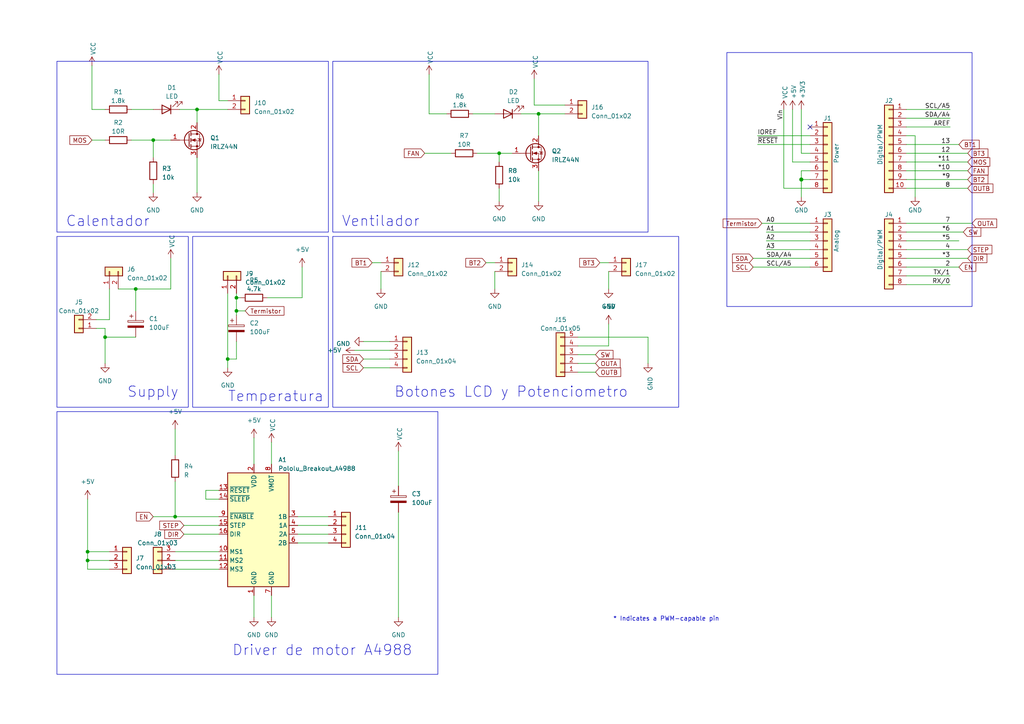
<source format=kicad_sch>
(kicad_sch (version 20230121) (generator eeschema)
  (paper "A4")
  (title_block (date "mar. 31 mars 2015"))
  (lib_symbols
    (symbol "+5V_1" (power) (pin_names (offset 0))
      (property "Value" "+5V_1" (at 0 3.556 0))
      (symbol "+5V_1_0_1"
        (polyline (pts (xy -0.762 1.27) (xy 0 2.54)))
        (polyline (pts (xy 0 0) (xy 0 2.54)))
        (polyline (pts (xy 0 2.54) (xy 0.762 1.27)))
      )
      (symbol "+5V_1_1_1"
        (pin power_in line (at 0 0 90) (length 0) hide (name "+5V") (number "1"))
      )
    )
    (symbol "Connector_Generic:Conn_01x02" (pin_names (offset 1.016) hide)
      (property "Reference" "J" (at 0 2.54 0))
      (property "Value" "Conn_01x02" (at 0 -5.08 0))
      (symbol "Conn_01x02_1_1"
        (rectangle (start -1.27 -2.413) (end 0 -2.667) (stroke (width 0.1524)))
        (rectangle (start -1.27 0.127) (end 0 -0.127) (stroke (width 0.1524)))
        (rectangle (start -1.27 1.27) (end 1.27 -3.81) (stroke (width 0.254)) (fill (type background)))
        (pin passive line (at -5.08 0 0) (length 3.81) (name "Pin_1") (number "1"))
        (pin passive line (at -5.08 -2.54 0) (length 3.81) (name "Pin_2") (number "2"))
      )
    )
    (symbol "Connector_Generic:Conn_01x03" (pin_names (offset 1.016) hide)
      (property "Reference" "J" (at 0 5.08 0))
      (property "Value" "Conn_01x03" (at 0 -5.08 0))
      (symbol "Conn_01x03_1_1"
        (rectangle (start -1.27 -2.413) (end 0 -2.667) (stroke (width 0.1524)))
        (rectangle (start -1.27 0.127) (end 0 -0.127) (stroke (width 0.1524)))
        (rectangle (start -1.27 2.667) (end 0 2.413) (stroke (width 0.1524)))
        (rectangle (start -1.27 3.81) (end 1.27 -3.81) (stroke (width 0.254)) (fill (type background)))
        (pin passive line (at -5.08 2.54 0) (length 3.81) (name "Pin_1") (number "1"))
        (pin passive line (at -5.08 0 0) (length 3.81) (name "Pin_2") (number "2"))
        (pin passive line (at -5.08 -2.54 0) (length 3.81) (name "Pin_3") (number "3"))
      )
    )
    (symbol "Connector_Generic:Conn_01x04" (pin_names (offset 1.016) hide)
      (property "Reference" "J" (at 0 5.08 0))
      (property "Value" "Conn_01x04" (at 0 -7.62 0))
      (symbol "Conn_01x04_1_1"
        (rectangle (start -1.27 -4.953) (end 0 -5.207) (stroke (width 0.1524)))
        (rectangle (start -1.27 -2.413) (end 0 -2.667) (stroke (width 0.1524)))
        (rectangle (start -1.27 0.127) (end 0 -0.127) (stroke (width 0.1524)))
        (rectangle (start -1.27 2.667) (end 0 2.413) (stroke (width 0.1524)))
        (rectangle (start -1.27 3.81) (end 1.27 -6.35) (stroke (width 0.254)) (fill (type background)))
        (pin passive line (at -5.08 2.54 0) (length 3.81) (name "Pin_1") (number "1"))
        (pin passive line (at -5.08 0 0) (length 3.81) (name "Pin_2") (number "2"))
        (pin passive line (at -5.08 -2.54 0) (length 3.81) (name "Pin_3") (number "3"))
        (pin passive line (at -5.08 -5.08 0) (length 3.81) (name "Pin_4") (number "4"))
      )
    )
    (symbol "Connector_Generic:Conn_01x05" (pin_names (offset 1.016) hide)
      (property "Reference" "J" (at 0 7.62 0))
      (property "Value" "Conn_01x05" (at 0 -7.62 0))
      (symbol "Conn_01x05_1_1"
        (rectangle (start -1.27 -4.953) (end 0 -5.207) (stroke (width 0.1524)))
        (rectangle (start -1.27 -2.413) (end 0 -2.667) (stroke (width 0.1524)))
        (rectangle (start -1.27 0.127) (end 0 -0.127) (stroke (width 0.1524)))
        (rectangle (start -1.27 2.667) (end 0 2.413) (stroke (width 0.1524)))
        (rectangle (start -1.27 5.207) (end 0 4.953) (stroke (width 0.1524)))
        (rectangle (start -1.27 6.35) (end 1.27 -6.35) (stroke (width 0.254)) (fill (type background)))
        (pin passive line (at -5.08 5.08 0) (length 3.81) (name "Pin_1") (number "1"))
        (pin passive line (at -5.08 2.54 0) (length 3.81) (name "Pin_2") (number "2"))
        (pin passive line (at -5.08 0 0) (length 3.81) (name "Pin_3") (number "3"))
        (pin passive line (at -5.08 -2.54 0) (length 3.81) (name "Pin_4") (number "4"))
        (pin passive line (at -5.08 -5.08 0) (length 3.81) (name "Pin_5") (number "5"))
      )
    )
    (symbol "Connector_Generic:Conn_01x06" (pin_names (offset 1.016) hide)
      (property "Reference" "J" (at 0 7.62 0))
      (property "Value" "Conn_01x06" (at 0 -10.16 0))
      (symbol "Conn_01x06_1_1"
        (rectangle (start -1.27 -7.493) (end 0 -7.747) (stroke (width 0.1524)))
        (rectangle (start -1.27 -4.953) (end 0 -5.207) (stroke (width 0.1524)))
        (rectangle (start -1.27 -2.413) (end 0 -2.667) (stroke (width 0.1524)))
        (rectangle (start -1.27 0.127) (end 0 -0.127) (stroke (width 0.1524)))
        (rectangle (start -1.27 2.667) (end 0 2.413) (stroke (width 0.1524)))
        (rectangle (start -1.27 5.207) (end 0 4.953) (stroke (width 0.1524)))
        (rectangle (start -1.27 6.35) (end 1.27 -8.89) (stroke (width 0.254)) (fill (type background)))
        (pin passive line (at -5.08 5.08 0) (length 3.81) (name "Pin_1") (number "1"))
        (pin passive line (at -5.08 2.54 0) (length 3.81) (name "Pin_2") (number "2"))
        (pin passive line (at -5.08 0 0) (length 3.81) (name "Pin_3") (number "3"))
        (pin passive line (at -5.08 -2.54 0) (length 3.81) (name "Pin_4") (number "4"))
        (pin passive line (at -5.08 -5.08 0) (length 3.81) (name "Pin_5") (number "5"))
        (pin passive line (at -5.08 -7.62 0) (length 3.81) (name "Pin_6") (number "6"))
      )
    )
    (symbol "Connector_Generic:Conn_01x08" (pin_names (offset 1.016) hide)
      (property "Reference" "J" (at 0 10.16 0))
      (property "Value" "Conn_01x08" (at 0 -12.7 0))
      (symbol "Conn_01x08_1_1"
        (rectangle (start -1.27 -10.033) (end 0 -10.287) (stroke (width 0.1524)))
        (rectangle (start -1.27 -7.493) (end 0 -7.747) (stroke (width 0.1524)))
        (rectangle (start -1.27 -4.953) (end 0 -5.207) (stroke (width 0.1524)))
        (rectangle (start -1.27 -2.413) (end 0 -2.667) (stroke (width 0.1524)))
        (rectangle (start -1.27 0.127) (end 0 -0.127) (stroke (width 0.1524)))
        (rectangle (start -1.27 2.667) (end 0 2.413) (stroke (width 0.1524)))
        (rectangle (start -1.27 5.207) (end 0 4.953) (stroke (width 0.1524)))
        (rectangle (start -1.27 7.747) (end 0 7.493) (stroke (width 0.1524)))
        (rectangle (start -1.27 8.89) (end 1.27 -11.43) (stroke (width 0.254)) (fill (type background)))
        (pin passive line (at -5.08 7.62 0) (length 3.81) (name "Pin_1") (number "1"))
        (pin passive line (at -5.08 5.08 0) (length 3.81) (name "Pin_2") (number "2"))
        (pin passive line (at -5.08 2.54 0) (length 3.81) (name "Pin_3") (number "3"))
        (pin passive line (at -5.08 0 0) (length 3.81) (name "Pin_4") (number "4"))
        (pin passive line (at -5.08 -2.54 0) (length 3.81) (name "Pin_5") (number "5"))
        (pin passive line (at -5.08 -5.08 0) (length 3.81) (name "Pin_6") (number "6"))
        (pin passive line (at -5.08 -7.62 0) (length 3.81) (name "Pin_7") (number "7"))
        (pin passive line (at -5.08 -10.16 0) (length 3.81) (name "Pin_8") (number "8"))
      )
    )
    (symbol "Connector_Generic:Conn_01x10" (pin_names (offset 1.016) hide)
      (property "Reference" "J" (at 0 12.7 0))
      (property "Value" "Conn_01x10" (at 0 -15.24 0))
      (symbol "Conn_01x10_1_1"
        (rectangle (start -1.27 -12.573) (end 0 -12.827) (stroke (width 0.1524)))
        (rectangle (start -1.27 -10.033) (end 0 -10.287) (stroke (width 0.1524)))
        (rectangle (start -1.27 -7.493) (end 0 -7.747) (stroke (width 0.1524)))
        (rectangle (start -1.27 -4.953) (end 0 -5.207) (stroke (width 0.1524)))
        (rectangle (start -1.27 -2.413) (end 0 -2.667) (stroke (width 0.1524)))
        (rectangle (start -1.27 0.127) (end 0 -0.127) (stroke (width 0.1524)))
        (rectangle (start -1.27 2.667) (end 0 2.413) (stroke (width 0.1524)))
        (rectangle (start -1.27 5.207) (end 0 4.953) (stroke (width 0.1524)))
        (rectangle (start -1.27 7.747) (end 0 7.493) (stroke (width 0.1524)))
        (rectangle (start -1.27 10.287) (end 0 10.033) (stroke (width 0.1524)))
        (rectangle (start -1.27 11.43) (end 1.27 -13.97) (stroke (width 0.254)) (fill (type background)))
        (pin passive line (at -5.08 10.16 0) (length 3.81) (name "Pin_1") (number "1"))
        (pin passive line (at -5.08 -12.7 0) (length 3.81) (name "Pin_10") (number "10"))
        (pin passive line (at -5.08 7.62 0) (length 3.81) (name "Pin_2") (number "2"))
        (pin passive line (at -5.08 5.08 0) (length 3.81) (name "Pin_3") (number "3"))
        (pin passive line (at -5.08 2.54 0) (length 3.81) (name "Pin_4") (number "4"))
        (pin passive line (at -5.08 0 0) (length 3.81) (name "Pin_5") (number "5"))
        (pin passive line (at -5.08 -2.54 0) (length 3.81) (name "Pin_6") (number "6"))
        (pin passive line (at -5.08 -5.08 0) (length 3.81) (name "Pin_7") (number "7"))
        (pin passive line (at -5.08 -7.62 0) (length 3.81) (name "Pin_8") (number "8"))
        (pin passive line (at -5.08 -10.16 0) (length 3.81) (name "Pin_9") (number "9"))
      )
    )
    (symbol "Device:C_Polarized" (pin_numbers hide) (pin_names (offset 0.254))
      (property "Reference" "C" (at 0.635 2.54 0))
      (property "Value" "C_Polarized" (at 0.635 -2.54 0))
      (symbol "C_Polarized_0_1"
        (rectangle (start -2.286 0.508) (end 2.286 1.016))
        (polyline (pts (xy -1.778 2.286) (xy -0.762 2.286)))
        (polyline (pts (xy -1.27 2.794) (xy -1.27 1.778)))
        (rectangle (start 2.286 -0.508) (end -2.286 -1.016) (fill (type outline)))
      )
      (symbol "C_Polarized_1_1"
        (pin passive line (at 0 3.81 270) (length 2.794) (name "~") (number "1"))
        (pin passive line (at 0 -3.81 90) (length 2.794) (name "~") (number "2"))
      )
    )
    (symbol "Device:LED" (pin_numbers hide) (pin_names (offset 1.016) hide)
      (property "Reference" "D" (at 0 2.54 0))
      (property "Value" "LED" (at 0 -2.54 0))
      (symbol "LED_0_1"
        (polyline (pts (xy -1.27 -1.27) (xy -1.27 1.27)) (stroke (width 0.254)))
        (polyline (pts (xy -1.27 0) (xy 1.27 0)))
        (polyline (pts (xy 1.27 -1.27) (xy 1.27 1.27) (xy -1.27 0) (xy 1.27 -1.27)) (stroke (width 0.254)))
        (polyline (pts (xy -3.048 -0.762) (xy -4.572 -2.286) (xy -3.81 -2.286) (xy -4.572 -2.286) (xy -4.572 -1.524)))
        (polyline (pts (xy -1.778 -0.762) (xy -3.302 -2.286) (xy -2.54 -2.286) (xy -3.302 -2.286) (xy -3.302 -1.524)))
      )
      (symbol "LED_1_1"
        (pin passive line (at -3.81 0 0) (length 2.54) (name "K") (number "1"))
        (pin passive line (at 3.81 0 180) (length 2.54) (name "A") (number "2"))
      )
    )
    (symbol "Device:R" (pin_numbers hide) (pin_names (offset 0))
      (property "Reference" "R" (at 2.032 0 90))
      (property "Value" "R" (at 0 0 90))
      (symbol "R_0_1"
        (rectangle (start -1.016 -2.54) (end 1.016 2.54) (stroke (width 0.254)))
      )
      (symbol "R_1_1"
        (pin passive line (at 0 3.81 270) (length 1.27) (name "~") (number "1"))
        (pin passive line (at 0 -3.81 90) (length 1.27) (name "~") (number "2"))
      )
    )
    (symbol "Driver_Motor:Pololu_Breakout_A4988"
      (property "Reference" "A" (at -2.54 19.05 0))
      (property "Value" "Pololu_Breakout_A4988" (at -2.54 16.51 0))
      (symbol "Pololu_Breakout_A4988_0_1"
        (rectangle (start 10.16 -17.78) (end -7.62 15.24) (stroke (width 0.254)) (fill (type background)))
      )
      (symbol "Pololu_Breakout_A4988_1_1"
        (pin power_in line (at 0 -20.32 90) (length 2.54) (name "GND") (number "1"))
        (pin input line (at -10.16 -7.62 0) (length 2.54) (name "MS1") (number "10"))
        (pin input line (at -10.16 -10.16 0) (length 2.54) (name "MS2") (number "11"))
        (pin input line (at -10.16 -12.7 0) (length 2.54) (name "MS3") (number "12"))
        (pin input line (at -10.16 10.16 0) (length 2.54) (name "~{RESET}") (number "13"))
        (pin input line (at -10.16 7.62 0) (length 2.54) (name "~{SLEEP}") (number "14"))
        (pin input line (at -10.16 0 0) (length 2.54) (name "STEP") (number "15"))
        (pin input line (at -10.16 -2.54 0) (length 2.54) (name "DIR") (number "16"))
        (pin power_in line (at 0 17.78 270) (length 2.54) (name "VDD") (number "2"))
        (pin output line (at 12.7 2.54 180) (length 2.54) (name "1B") (number "3"))
        (pin output line (at 12.7 0 180) (length 2.54) (name "1A") (number "4"))
        (pin output line (at 12.7 -2.54 180) (length 2.54) (name "2A") (number "5"))
        (pin output line (at 12.7 -5.08 180) (length 2.54) (name "2B") (number "6"))
        (pin power_in line (at 5.08 -20.32 90) (length 2.54) (name "GND") (number "7"))
        (pin power_in line (at 5.08 17.78 270) (length 2.54) (name "VMOT") (number "8"))
        (pin input line (at -10.16 2.54 0) (length 2.54) (name "~{ENABLE}") (number "9"))
      )
    )
    (symbol "Transistor_FET:IRLZ44N" (pin_names hide)
      (property "Reference" "Q" (at 6.35 1.905 0))
      (property "Value" "IRLZ44N" (at 6.35 0 0))
      (symbol "IRLZ44N_0_1"
        (polyline (pts (xy 0.254 0) (xy -2.54 0)))
        (polyline (pts (xy 0.254 1.905) (xy 0.254 -1.905)) (stroke (width 0.254)))
        (polyline (pts (xy 0.762 -1.27) (xy 0.762 -2.286)) (stroke (width 0.254)))
        (polyline (pts (xy 0.762 0.508) (xy 0.762 -0.508)) (stroke (width 0.254)))
        (polyline (pts (xy 0.762 2.286) (xy 0.762 1.27)) (stroke (width 0.254)))
        (polyline (pts (xy 2.54 2.54) (xy 2.54 1.778)))
        (polyline (pts (xy 2.54 -2.54) (xy 2.54 0) (xy 0.762 0)))
        (polyline (pts (xy 0.762 -1.778) (xy 3.302 -1.778) (xy 3.302 1.778) (xy 0.762 1.778)))
        (polyline (pts (xy 1.016 0) (xy 2.032 0.381) (xy 2.032 -0.381) (xy 1.016 0)) (fill (type outline)))
        (polyline (pts (xy 2.794 0.508) (xy 2.921 0.381) (xy 3.683 0.381) (xy 3.81 0.254)))
        (polyline (pts (xy 3.302 0.381) (xy 2.921 -0.254) (xy 3.683 -0.254) (xy 3.302 0.381)))
        (circle (center 1.651 0) (radius 2.794) (stroke (width 0.254)))
        (circle (center 2.54 -1.778) (radius 0.254) (fill (type outline)))
        (circle (center 2.54 1.778) (radius 0.254) (fill (type outline)))
      )
      (symbol "IRLZ44N_1_1"
        (pin input line (at -5.08 0 0) (length 2.54) (name "G") (number "1"))
        (pin passive line (at 2.54 5.08 270) (length 2.54) (name "D") (number "2"))
        (pin passive line (at 2.54 -5.08 90) (length 2.54) (name "S") (number "3"))
      )
    )
    (symbol "power:+3V3" (power) (pin_names (offset 0))
      (property "Value" "+3V3" (at 0 3.556 0))
      (symbol "+3V3_0_1"
        (polyline (pts (xy -0.762 1.27) (xy 0 2.54)))
        (polyline (pts (xy 0 0) (xy 0 2.54)))
        (polyline (pts (xy 0 2.54) (xy 0.762 1.27)))
      )
      (symbol "+3V3_1_1"
        (pin power_in line (at 0 0 90) (length 0) hide (name "+3V3") (number "1"))
      )
    )
    (symbol "power:+5V" (power) (pin_names (offset 0))
      (property "Value" "+5V" (at 0 3.556 0))
      (symbol "+5V_0_1"
        (polyline (pts (xy -0.762 1.27) (xy 0 2.54)))
        (polyline (pts (xy 0 0) (xy 0 2.54)))
        (polyline (pts (xy 0 2.54) (xy 0.762 1.27)))
      )
      (symbol "+5V_1_1"
        (pin power_in line (at 0 0 90) (length 0) hide (name "+5V") (number "1"))
      )
    )
    (symbol "power:GND" (power) (pin_names (offset 0))
      (property "Value" "GND" (at 0 -3.81 0))
      (symbol "GND_0_1"
        (polyline (pts (xy 0 0) (xy 0 -1.27) (xy 1.27 -1.27) (xy 0 -2.54) (xy -1.27 -1.27) (xy 0 -1.27)))
      )
      (symbol "GND_1_1"
        (pin power_in line (at 0 0 270) (length 0) hide (name "GND") (number "1"))
      )
    )
    (symbol "power:VCC" (power) (pin_names (offset 0))
      (property "Value" "VCC" (at 0 3.81 0))
      (symbol "VCC_0_1"
        (polyline (pts (xy -0.762 1.27) (xy 0 2.54)))
        (polyline (pts (xy 0 0) (xy 0 2.54)))
        (polyline (pts (xy 0 2.54) (xy 0.762 1.27)))
      )
      (symbol "VCC_1_1"
        (pin power_in line (at 0 0 90) (length 0) hide (name "VCC") (number "1"))
      )
    )
  )
  (junction (at 66.04 104.14))
  (junction (at 57.15 31.75))
  (junction (at 44.45 40.64))
  (junction (at 39.37 83.82))
  (junction (at 232.41 52.07) (diameter 1.016))
  (junction (at 25.4 160.02))
  (junction (at 30.48 97.79))
  (junction (at 68.58 86.36))
  (junction (at 156.21 33.02))
  (junction (at 144.78 44.45))
  (junction (at 68.58 90.17))
  (junction (at 50.8 149.86))
  (junction (at 25.4 162.56))
  (no_connect (at 234.95 36.83))
  (wire (pts (xy 262.89 82.55) (xy 275.59 82.55)))
  (wire (pts (xy 68.58 85.09) (xy 68.58 86.36)))
  (wire (pts (xy 30.48 95.25) (xy 30.48 97.79)))
  (wire (pts (xy 31.75 165.1) (xy 25.4 165.1)))
  (wire (pts (xy 105.41 104.14) (xy 113.03 104.14)))
  (wire (pts (xy 50.8 139.7) (xy 50.8 149.86)))
  (wire (pts (xy 57.15 35.56) (xy 57.15 31.75)))
  (wire (pts (xy 144.78 54.61) (xy 144.78 58.42)))
  (wire (pts (xy 262.89 49.53) (xy 280.67 49.53)))
  (wire (pts (xy 154.94 22.86) (xy 154.94 30.48)))
  (wire (pts (xy 167.64 102.87) (xy 172.72 102.87)))
  (wire (pts (xy 107.95 76.2) (xy 110.49 76.2)))
  (wire (pts (xy 262.89 31.75) (xy 275.59 31.75)))
  (wire (pts (xy 86.36 149.86) (xy 95.25 149.86)))
  (wire (pts (xy 50.8 124.46) (xy 50.8 132.08)))
  (wire (pts (xy 59.69 144.78) (xy 63.5 144.78)))
  (wire (pts (xy 38.1 40.64) (xy 44.45 40.64)))
  (wire (pts (xy 59.69 142.24) (xy 59.69 144.78)))
  (wire (pts (xy 78.74 128.27) (xy 78.74 134.62)))
  (wire (pts (xy 110.49 78.74) (xy 110.49 83.82)))
  (wire (pts (xy 232.41 49.53) (xy 232.41 52.07)))
  (wire (pts (xy 173.99 76.2) (xy 176.53 76.2)))
  (wire (pts (xy 262.89 67.31) (xy 279.4 67.31)))
  (wire (pts (xy 218.44 77.47) (xy 234.95 77.47)))
  (wire (pts (xy 50.8 149.86) (xy 63.5 149.86)))
  (wire (pts (xy 39.37 83.82) (xy 39.37 90.17)))
  (wire (pts (xy 73.66 172.72) (xy 73.66 179.07)))
  (wire (pts (xy 86.36 157.48) (xy 95.25 157.48)))
  (wire (pts (xy 34.29 83.82) (xy 39.37 83.82)))
  (wire (pts (xy 102.87 101.6) (xy 113.03 101.6)))
  (wire (pts (xy 232.41 52.07) (xy 232.41 57.15)))
  (wire (pts (xy 87.63 77.47) (xy 87.63 86.36)))
  (wire (pts (xy 68.58 90.17) (xy 71.12 90.17)))
  (wire (pts (xy 167.64 107.95) (xy 172.72 107.95)))
  (wire (pts (xy 232.41 44.45) (xy 234.95 44.45)))
  (wire (pts (xy 44.45 149.86) (xy 50.8 149.86)))
  (wire (pts (xy 229.87 46.99) (xy 234.95 46.99)))
  (wire (pts (xy 68.58 86.36) (xy 68.58 90.17)))
  (wire (pts (xy 229.87 31.75) (xy 229.87 46.99)))
  (wire (pts (xy 163.83 30.48) (xy 154.94 30.48)))
  (wire (pts (xy 66.04 85.09) (xy 66.04 104.14)))
  (wire (pts (xy 137.16 33.02) (xy 143.51 33.02)))
  (wire (pts (xy 57.15 31.75) (xy 52.07 31.75)))
  (wire (pts (xy 115.57 130.81) (xy 115.57 140.97)))
  (wire (pts (xy 262.89 41.91) (xy 278.13 41.91)))
  (wire (pts (xy 262.89 44.45) (xy 280.67 44.45)))
  (wire (pts (xy 232.41 31.75) (xy 232.41 44.45)))
  (wire (pts (xy 68.58 86.36) (xy 69.85 86.36)))
  (wire (pts (xy 68.58 104.14) (xy 68.58 99.06)))
  (wire (pts (xy 105.41 106.68) (xy 113.03 106.68)))
  (wire (pts (xy 187.96 97.79) (xy 167.64 97.79)))
  (wire (pts (xy 143.51 78.74) (xy 143.51 83.82)))
  (wire (pts (xy 53.34 154.94) (xy 63.5 154.94)))
  (wire (pts (xy 25.4 162.56) (xy 31.75 162.56)))
  (wire (pts (xy 86.36 152.4) (xy 95.25 152.4)))
  (wire (pts (xy 115.57 148.59) (xy 115.57 179.07)))
  (wire (pts (xy 73.66 127) (xy 73.66 134.62)))
  (wire (pts (xy 105.41 99.06) (xy 113.03 99.06)))
  (wire (pts (xy 25.4 144.78) (xy 25.4 160.02)))
  (wire (pts (xy 187.96 105.41) (xy 187.96 97.79)))
  (wire (pts (xy 262.89 52.07) (xy 280.67 52.07)))
  (wire (pts (xy 262.89 72.39) (xy 280.67 72.39)))
  (wire (pts (xy 57.15 31.75) (xy 66.04 31.75)))
  (wire (pts (xy 30.48 97.79) (xy 39.37 97.79)))
  (wire (pts (xy 219.71 39.37) (xy 234.95 39.37)))
  (wire (pts (xy 151.13 33.02) (xy 156.21 33.02)))
  (wire (pts (xy 38.1 31.75) (xy 44.45 31.75)))
  (wire (pts (xy 144.78 44.45) (xy 148.59 44.45)))
  (wire (pts (xy 265.43 39.37) (xy 265.43 57.15)))
  (wire (pts (xy 86.36 154.94) (xy 95.25 154.94)))
  (wire (pts (xy 50.8 165.1) (xy 63.5 165.1)))
  (wire (pts (xy 30.48 31.75) (xy 26.67 31.75)))
  (wire (pts (xy 31.75 92.71) (xy 31.75 83.82)))
  (wire (pts (xy 124.46 21.59) (xy 124.46 33.02)))
  (wire (pts (xy 262.89 36.83) (xy 275.59 36.83)))
  (wire (pts (xy 144.78 44.45) (xy 144.78 46.99)))
  (wire (pts (xy 27.94 92.71) (xy 31.75 92.71)))
  (wire (pts (xy 176.53 93.98) (xy 176.53 100.33)))
  (wire (pts (xy 234.95 69.85) (xy 222.25 69.85)))
  (wire (pts (xy 219.71 41.91) (xy 234.95 41.91)))
  (wire (pts (xy 44.45 40.64) (xy 44.45 45.72)))
  (wire (pts (xy 138.43 44.45) (xy 144.78 44.45)))
  (wire (pts (xy 234.95 52.07) (xy 232.41 52.07)))
  (wire (pts (xy 176.53 100.33) (xy 167.64 100.33)))
  (wire (pts (xy 156.21 33.02) (xy 156.21 39.37)))
  (wire (pts (xy 50.8 162.56) (xy 63.5 162.56)))
  (wire (pts (xy 30.48 97.79) (xy 30.48 105.41)))
  (wire (pts (xy 262.89 77.47) (xy 278.13 77.47)))
  (wire (pts (xy 234.95 54.61) (xy 227.33 54.61)))
  (wire (pts (xy 27.94 95.25) (xy 30.48 95.25)))
  (wire (pts (xy 167.64 105.41) (xy 172.72 105.41)))
  (wire (pts (xy 222.25 67.31) (xy 234.95 67.31)))
  (wire (pts (xy 49.53 74.93) (xy 49.53 83.82)))
  (wire (pts (xy 220.98 64.77) (xy 234.95 64.77)))
  (wire (pts (xy 63.5 21.59) (xy 63.5 29.21)))
  (wire (pts (xy 26.67 19.05) (xy 26.67 31.75)))
  (wire (pts (xy 66.04 104.14) (xy 66.04 106.68)))
  (wire (pts (xy 44.45 53.34) (xy 44.45 55.88)))
  (wire (pts (xy 262.89 39.37) (xy 265.43 39.37)))
  (wire (pts (xy 129.54 33.02) (xy 124.46 33.02)))
  (wire (pts (xy 234.95 49.53) (xy 232.41 49.53)))
  (wire (pts (xy 156.21 33.02) (xy 163.83 33.02)))
  (wire (pts (xy 262.89 46.99) (xy 280.67 46.99)))
  (wire (pts (xy 262.89 64.77) (xy 281.94 64.77)))
  (wire (pts (xy 26.67 40.64) (xy 30.48 40.64)))
  (wire (pts (xy 78.74 172.72) (xy 78.74 179.07)))
  (wire (pts (xy 31.75 160.02) (xy 25.4 160.02)))
  (wire (pts (xy 156.21 49.53) (xy 156.21 58.42)))
  (wire (pts (xy 63.5 142.24) (xy 59.69 142.24)))
  (wire (pts (xy 222.25 72.39) (xy 234.95 72.39)))
  (wire (pts (xy 262.89 69.85) (xy 278.13 69.85)))
  (wire (pts (xy 57.15 45.72) (xy 57.15 55.88)))
  (wire (pts (xy 44.45 40.64) (xy 49.53 40.64)))
  (wire (pts (xy 39.37 83.82) (xy 49.53 83.82)))
  (wire (pts (xy 66.04 29.21) (xy 63.5 29.21)))
  (wire (pts (xy 140.97 76.2) (xy 143.51 76.2)))
  (wire (pts (xy 262.89 54.61) (xy 280.67 54.61)))
  (wire (pts (xy 176.53 78.74) (xy 176.53 83.82)))
  (wire (pts (xy 262.89 34.29) (xy 275.59 34.29)))
  (wire (pts (xy 53.34 152.4) (xy 63.5 152.4)))
  (wire (pts (xy 68.58 90.17) (xy 68.58 91.44)))
  (wire (pts (xy 262.89 74.93) (xy 280.67 74.93)))
  (wire (pts (xy 123.19 44.45) (xy 130.81 44.45)))
  (wire (pts (xy 25.4 162.56) (xy 25.4 160.02)))
  (wire (pts (xy 50.8 160.02) (xy 63.5 160.02)))
  (wire (pts (xy 262.89 80.01) (xy 275.59 80.01)))
  (wire (pts (xy 227.33 54.61) (xy 227.33 31.75)))
  (wire (pts (xy 25.4 165.1) (xy 25.4 162.56)))
  (wire (pts (xy 218.44 74.93) (xy 234.95 74.93)))
  (wire (pts (xy 77.47 86.36) (xy 87.63 86.36)))
  (wire (pts (xy 66.04 104.14) (xy 68.58 104.14)))
  (rectangle (start 16.51 68.58) (end 54.61 118.11))
  (rectangle (start 16.51 17.78) (end 95.25 67.31))
  (rectangle (start 96.52 68.58) (end 196.85 118.11))
  (rectangle (start 55.88 68.58) (end 95.25 118.11))
  (rectangle (start 16.51 119.38) (end 127 195.58))
  (rectangle (start 210.82 15.24) (end 281.94 88.9))
  (rectangle (start 96.52 17.78) (end 187.96 67.31))
  (text "Botones LCD y Potenciometro\n" (at 114.3 115.57 0) (effects (font (size 3 3)) (justify left bottom)))
  (text "Supply" (at 36.83 115.57 0) (effects (font (size 3 3)) (justify left bottom)))
  (text "Ventilador" (at 99.06 66.04 0) (effects (font (size 3 3)) (justify left bottom)))
  (text "Driver de motor A4988" (at 67.31 190.5 0) (effects (font (size 3 3)) (justify left bottom)))
  (text "Temperatura" (at 66.04 116.84 0) (effects (font (size 3 3)) (justify left bottom)))
  (text "* Indicates a PWM-capable pin" (at 177.8 180.34 0) (effects (font (size 1.27 1.27)) (justify left bottom)))
  (text "Calentador" (at 19.05 66.04 0) (effects (font (size 3 3)) (justify left bottom)))
  (label "RX{slash}0" (at 275.59 82.55 180))
  (label "A2" (at 222.25 69.85 0))
  (label "4" (at 275.59 72.39 180))
  (label "2" (at 275.59 77.47 180))
  (label "A3" (at 222.25 72.39 0))
  (label "13" (at 275.59 41.91 180))
  (label "12" (at 275.59 44.45 180))
  (label "~{RESET}" (at 219.71 41.91 0))
  (label "*10" (at 275.59 49.53 180))
  (label "7" (at 275.59 64.77 180))
  (label "SDA{slash}A4" (at 275.59 34.29 180))
  (label "8" (at 275.59 54.61 180))
  (label "*11" (at 275.59 46.99 180))
  (label "*3" (at 275.59 74.93 180))
  (label "A1" (at 222.25 67.31 0))
  (label "TX{slash}1" (at 275.59 80.01 180))
  (label "A0" (at 222.25 64.77 0))
  (label "AREF" (at 275.59 36.83 180))
  (label "Vin" (at 227.33 31.75 270))
  (label "*6" (at 275.59 67.31 180))
  (label "SCL{slash}A5" (at 275.59 31.75 180))
  (label "*9" (at 275.59 52.07 180))
  (label "*5" (at 275.59 69.85 180))
  (label "IOREF" (at 219.71 39.37 0))
  (label "SDA{slash}A4" (at 222.25 74.93 0))
  (label "SCL{slash}A5" (at 222.25 77.47 0))
  (global_label "DIR" (shape input) (at 53.34 154.94 180) (property "Intersheetrefs" "${INTERSHEET_REFS}" (effects hide)))
  (global_label "STEP" (shape input) (at 280.67 72.39 0) (property "Intersheetrefs" "${INTERSHEET_REFS}" (effects hide)))
  (global_label "SCL" (shape input) (at 218.44 77.47 180) (property "Intersheetrefs" "${INTERSHEET_REFS}" (effects hide)))
  (global_label "OUTA" (shape input) (at 281.94 64.77 0) (property "Intersheetrefs" "${INTERSHEET_REFS}" (effects hide)))
  (global_label "OUTA" (shape input) (at 172.72 105.41 0) (property "Intersheetrefs" "${INTERSHEET_REFS}" (effects hide)))
  (global_label "EN" (shape input) (at 44.45 149.86 180) (property "Intersheetrefs" "${INTERSHEET_REFS}" (effects hide)))
  (global_label "STEP" (shape input) (at 53.34 152.4 180) (property "Intersheetrefs" "${INTERSHEET_REFS}" (effects hide)))
  (global_label "SW" (shape input) (at 172.72 102.87 0) (property "Intersheetrefs" "${INTERSHEET_REFS}" (effects hide)))
  (global_label "MOS" (shape input) (at 26.67 40.64 180) (property "Intersheetrefs" "${INTERSHEET_REFS}" (effects hide)))
  (global_label "OUTB" (shape input) (at 172.72 107.95 0) (property "Intersheetrefs" "${INTERSHEET_REFS}" (effects hide)))
  (global_label "FAN" (shape input) (at 280.67 49.53 0) (property "Intersheetrefs" "${INTERSHEET_REFS}" (effects hide)))
  (global_label "BT2" (shape input) (at 140.97 76.2 180) (property "Intersheetrefs" "${INTERSHEET_REFS}" (effects hide)))
  (global_label "OUTB" (shape input) (at 280.67 54.61 0) (property "Intersheetrefs" "${INTERSHEET_REFS}" (effects hide)))
  (global_label "BT2" (shape input) (at 280.67 52.07 0) (property "Intersheetrefs" "${INTERSHEET_REFS}" (effects hide)))
  (global_label "FAN" (shape input) (at 123.19 44.45 180) (property "Intersheetrefs" "${INTERSHEET_REFS}" (effects hide)))
  (global_label "MOS" (shape input) (at 280.67 46.99 0) (property "Intersheetrefs" "${INTERSHEET_REFS}" (effects hide)))
  (global_label "BT3" (shape input) (at 173.99 76.2 180) (property "Intersheetrefs" "${INTERSHEET_REFS}" (effects hide)))
  (global_label "SDA" (shape input) (at 218.44 74.93 180) (property "Intersheetrefs" "${INTERSHEET_REFS}" (effects hide)))
  (global_label "DIR" (shape input) (at 280.67 74.93 0) (property "Intersheetrefs" "${INTERSHEET_REFS}" (effects hide)))
  (global_label "BT1" (shape input) (at 278.13 41.91 0) (property "Intersheetrefs" "${INTERSHEET_REFS}" (effects hide)))
  (global_label "BT1" (shape input) (at 107.95 76.2 180) (property "Intersheetrefs" "${INTERSHEET_REFS}" (effects hide)))
  (global_label "Termistor" (shape input) (at 220.98 64.77 180) (property "Intersheetrefs" "${INTERSHEET_REFS}" (effects hide)))
  (global_label "Termistor" (shape input) (at 71.12 90.17 0) (property "Intersheetrefs" "${INTERSHEET_REFS}" (effects hide)))
  (global_label "SCL" (shape input) (at 105.41 106.68 180) (property "Intersheetrefs" "${INTERSHEET_REFS}" (effects hide)))
  (global_label "SW" (shape input) (at 279.4 67.31 0) (property "Intersheetrefs" "${INTERSHEET_REFS}" (effects hide)))
  (global_label "EN" (shape input) (at 278.13 77.47 0) (property "Intersheetrefs" "${INTERSHEET_REFS}" (effects hide)))
  (global_label "SDA" (shape input) (at 105.41 104.14 180) (property "Intersheetrefs" "${INTERSHEET_REFS}" (effects hide)))
  (global_label "BT3" (shape input) (at 280.67 44.45 0) (property "Intersheetrefs" "${INTERSHEET_REFS}" (effects hide)))
  (symbol (lib_id "Connector_Generic:Conn_01x08") (at 240.03 44.45 0) (unit 1)
    (property "Reference" "J1" (at 240.03 34.29 0))
    (property "Value" "Power" (at 242.57 44.45 90))
    (property "Footprint" "Connector_PinSocket_2.54mm:PinSocket_1x08_P2.54mm_Vertical" (effects hide))
  )
  (symbol (lib_id "power:+3V3") (at 232.41 31.75 0) (unit 1)
    (property "Reference" "#PWR03" (effects hide))
    (property "Value" "+3.3V" (at 232.791 28.702 90) (effects (justify left)))
  )
  (symbol (lib_id "power:+5V") (at 229.87 31.75 0) (unit 1)
    (property "Reference" "#PWR02" (effects hide))
    (property "Value" "+5V" (at 230.2256 28.702 90) (effects (justify left)))
  )
  (symbol (lib_id "power:GND") (at 232.41 57.15 0) (unit 1)
    (property "Reference" "#PWR04" (effects hide))
    (property "Value" "GND" (at 232.41 60.96 0))
  )
  (symbol (lib_id "Connector_Generic:Conn_01x10") (at 257.81 41.91 0) (mirror y) (unit 1)
    (property "Reference" "J2" (at 257.81 29.21 0))
    (property "Value" "Digital/PWM" (at 255.27 41.91 90))
    (property "Footprint" "Connector_PinSocket_2.54mm:PinSocket_1x10_P2.54mm_Vertical" (effects hide))
  )
  (symbol (lib_id "power:GND") (at 265.43 57.15 0) (unit 1)
    (property "Reference" "#PWR05" (effects hide))
    (property "Value" "GND" (at 265.43 60.96 0))
  )
  (symbol (lib_id "Connector_Generic:Conn_01x06") (at 240.03 69.85 0) (unit 1)
    (property "Reference" "J3" (at 240.03 62.23 0))
    (property "Value" "Analog" (at 242.57 69.85 90))
    (property "Footprint" "Connector_PinSocket_2.54mm:PinSocket_1x06_P2.54mm_Vertical" (effects hide))
  )
  (symbol (lib_id "Connector_Generic:Conn_01x08") (at 257.81 72.39 0) (mirror y) (unit 1)
    (property "Reference" "J4" (at 257.81 62.23 0))
    (property "Value" "Digital/PWM" (at 255.27 72.39 90))
    (property "Footprint" "Connector_PinSocket_2.54mm:PinSocket_1x08_P2.54mm_Vertical" (effects hide))
  )
  (symbol (lib_id "Connector_Generic:Conn_01x02") (at 168.91 30.48 0) (unit 1)
    (property "Reference" "J16" (at 171.45 31.115 0) (effects (justify left)))
    (property "Value" "Conn_01x02" (at 171.45 33.655 0) (effects (justify left)))
    (property "Footprint" "TerminalBlock_Phoenix:TerminalBlock_Phoenix_MKDS-1,5-2-5.08_1x02_P5.08mm_Horizontal" (effects hide))
  )
  (symbol (lib_id "Connector_Generic:Conn_01x02") (at 66.04 80.01 90) (unit 1)
    (property "Reference" "J9" (at 71.12 79.375 90) (effects (justify right)))
    (property "Value" "Conn_01x02" (at 71.12 81.915 90) (effects (justify right)))
    (property "Footprint" "Connector_PinHeader_2.54mm:PinHeader_1x02_P2.54mm_Horizontal" (effects hide))
  )
  (symbol (lib_id "Connector_Generic:Conn_01x02") (at 31.75 78.74 90) (unit 1)
    (property "Reference" "J6" (at 36.83 78.105 90) (effects (justify right)))
    (property "Value" "Conn_01x02" (at 36.83 80.645 90) (effects (justify right)))
    (property "Footprint" "Connector_PinHeader_2.54mm:PinHeader_1x02_P2.54mm_Vertical" (effects hide))
  )
  (symbol (lib_name "+5V_1") (lib_id "power:+5V") (at 25.4 144.78 0) (unit 1)
    (property "Reference" "#PWR06" (effects hide))
    (property "Value" "+5V" (at 25.4 139.7 0))
  )
  (symbol (lib_name "+5V_1") (lib_id "power:+5V") (at 73.66 127 0) (unit 1)
    (property "Reference" "#PWR015" (effects hide))
    (property "Value" "+5V" (at 73.66 121.92 0))
  )
  (symbol (lib_name "+5V_1") (lib_id "power:+5V") (at 50.8 124.46 0) (unit 1)
    (property "Reference" "#PWR011" (effects hide))
    (property "Value" "+5V" (at 50.8 119.38 0))
  )
  (symbol (lib_id "power:GND") (at 30.48 105.41 0) (unit 1)
    (property "Reference" "#PWR08" (effects hide))
    (property "Value" "GND" (at 30.48 110.49 0))
  )
  (symbol (lib_id "Device:R") (at 144.78 50.8 180) (unit 1)
    (property "Reference" "R8" (at 147.32 49.53 0) (effects (justify right)))
    (property "Value" "10k" (at 147.32 52.07 0) (effects (justify right)))
    (property "Footprint" "Resistor_THT:R_Axial_DIN0309_L9.0mm_D3.2mm_P12.70mm_Horizontal" (effects hide))
  )
  (symbol (lib_name "+5V_1") (lib_id "power:+5V") (at 176.53 93.98 0) (unit 1)
    (property "Reference" "#PWR031" (effects hide))
    (property "Value" "+5V" (at 176.53 88.9 0))
  )
  (symbol (lib_id "Driver_Motor:Pololu_Breakout_A4988") (at 73.66 152.4 0) (unit 1)
    (property "Reference" "A1" (at 80.6959 133.35 0) (effects (justify left)))
    (property "Value" "Pololu_Breakout_A4988" (at 80.6959 135.89 0) (effects (justify left)))
    (property "Footprint" "Module:Pololu_Breakout-16_15.2x20.3mm" (effects hide))
    (property "Datasheet" "https://www.pololu.com/product/2980/pictures" (effects hide))
  )
  (symbol (lib_id "power:GND") (at 156.21 58.42 0) (unit 1)
    (property "Reference" "#PWR029" (effects hide))
    (property "Value" "GND" (at 156.21 63.5 0))
  )
  (symbol (lib_id "power:GND") (at 115.57 179.07 0) (unit 1)
    (property "Reference" "#PWR024" (effects hide))
    (property "Value" "GND" (at 115.57 184.15 0))
  )
  (symbol (lib_id "Device:R") (at 134.62 44.45 90) (unit 1)
    (property "Reference" "R7" (at 134.62 39.37 90))
    (property "Value" "10R" (at 134.62 41.91 90))
    (property "Footprint" "Resistor_THT:R_Axial_DIN0309_L9.0mm_D3.2mm_P12.70mm_Horizontal" (effects hide))
  )
  (symbol (lib_id "Connector_Generic:Conn_01x04") (at 118.11 101.6 0) (unit 1)
    (property "Reference" "J13" (at 120.65 102.235 0) (effects (justify left)))
    (property "Value" "Conn_01x04" (at 120.65 104.775 0) (effects (justify left)))
    (property "Footprint" "Connector_PinSocket_2.54mm:PinSocket_1x04_P2.54mm_Vertical" (effects hide))
  )
  (symbol (lib_id "power:VCC") (at 63.5 21.59 0) (unit 1)
    (property "Reference" "#PWR013" (effects hide))
    (property "Value" "VCC" (at 63.881 18.542 90) (effects (justify left)))
  )
  (symbol (lib_id "power:GND") (at 187.96 105.41 0) (unit 1)
    (property "Reference" "#PWR032" (effects hide))
    (property "Value" "GND" (at 188.595 109.22 90) (effects (justify right)))
  )
  (symbol (lib_id "Device:R") (at 44.45 49.53 180) (unit 1)
    (property "Reference" "R3" (at 46.99 48.895 0) (effects (justify right)))
    (property "Value" "10k" (at 46.99 51.435 0) (effects (justify right)))
    (property "Footprint" "Resistor_THT:R_Axial_DIN0309_L9.0mm_D3.2mm_P12.70mm_Horizontal" (effects hide))
  )
  (symbol (lib_id "power:VCC") (at 49.53 74.93 0) (unit 1)
    (property "Reference" "#PWR010" (effects hide))
    (property "Value" "VCC" (at 49.911 71.882 90) (effects (justify left)))
  )
  (symbol (lib_id "power:GND") (at 57.15 55.88 0) (unit 1)
    (property "Reference" "#PWR012" (effects hide))
    (property "Value" "GND" (at 57.15 60.96 0))
  )
  (symbol (lib_id "Device:LED") (at 48.26 31.75 180) (unit 1)
    (property "Reference" "D1" (at 49.8475 25.4 0))
    (property "Value" "LED" (at 49.8475 27.94 0))
    (property "Footprint" "LED_THT:LED_D3.0mm" (effects hide))
  )
  (symbol (lib_id "Connector_Generic:Conn_01x02") (at 115.57 76.2 0) (unit 1)
    (property "Reference" "J12" (at 118.11 76.835 0) (effects (justify left)))
    (property "Value" "Conn_01x02" (at 118.11 79.375 0) (effects (justify left)))
    (property "Footprint" "Connector_PinSocket_2.54mm:PinSocket_1x02_P2.54mm_Vertical" (effects hide))
  )
  (symbol (lib_name "+5V_1") (lib_id "power:+5V") (at 87.63 77.47 0) (unit 1)
    (property "Reference" "#PWR019" (effects hide))
    (property "Value" "+5V" (at 87.63 72.39 0))
  )
  (symbol (lib_id "power:GND") (at 78.74 179.07 0) (unit 1)
    (property "Reference" "#PWR018" (effects hide))
    (property "Value" "GND" (at 78.74 184.15 0))
  )
  (symbol (lib_id "power:VCC") (at 26.67 19.05 0) (unit 1)
    (property "Reference" "#PWR07" (effects hide))
    (property "Value" "VCC" (at 27.051 16.002 90) (effects (justify left)))
  )
  (symbol (lib_id "power:GND") (at 105.41 99.06 270) (unit 1)
    (property "Reference" "#PWR021" (effects hide))
    (property "Value" "GND" (at 101.6 99.695 90) (effects (justify right)))
  )
  (symbol (lib_id "Connector_Generic:Conn_01x03") (at 36.83 162.56 0) (unit 1)
    (property "Reference" "J7" (at 39.37 161.925 0) (effects (justify left)))
    (property "Value" "Conn_01x03" (at 39.37 164.465 0) (effects (justify left)))
    (property "Footprint" "Connector_PinHeader_2.54mm:PinHeader_1x03_P2.54mm_Vertical" (effects hide))
  )
  (symbol (lib_id "Device:R") (at 50.8 135.89 180) (unit 1)
    (property "Reference" "R4" (at 53.34 135.255 0) (effects (justify right)))
    (property "Value" "R" (at 53.34 137.795 0) (effects (justify right)))
    (property "Footprint" "Resistor_THT:R_Axial_DIN0309_L9.0mm_D3.2mm_P12.70mm_Horizontal" (effects hide))
  )
  (symbol (lib_id "power:VCC") (at 124.46 21.59 0) (unit 1)
    (property "Reference" "#PWR025" (effects hide))
    (property "Value" "VCC" (at 124.841 18.542 90) (effects (justify left)))
  )
  (symbol (lib_id "power:VCC") (at 227.33 31.75 0) (unit 1)
    (property "Reference" "#PWR01" (effects hide))
    (property "Value" "VCC" (at 227.711 28.702 90) (effects (justify left)))
  )
  (symbol (lib_id "power:GND") (at 66.04 106.68 0) (unit 1)
    (property "Reference" "#PWR014" (effects hide))
    (property "Value" "GND" (at 66.04 111.76 0))
  )
  (symbol (lib_id "Connector_Generic:Conn_01x02") (at 71.12 29.21 0) (unit 1)
    (property "Reference" "J10" (at 73.66 29.845 0) (effects (justify left)))
    (property "Value" "Conn_01x02" (at 73.66 32.385 0) (effects (justify left)))
    (property "Footprint" "TerminalBlock_Phoenix:TerminalBlock_Phoenix_MKDS-1,5-2-5.08_1x02_P5.08mm_Horizontal" (effects hide))
  )
  (symbol (lib_id "Transistor_FET:IRLZ44N") (at 153.67 44.45 0) (unit 1)
    (property "Reference" "Q2" (at 160.02 43.815 0) (effects (justify left)))
    (property "Value" "IRLZ44N" (at 160.02 46.355 0) (effects (justify left)))
    (property "Footprint" "Package_TO_SOT_THT:TO-220-3_Vertical" (effects hide))
    (property "Datasheet" "http://www.irf.com/product-info/datasheets/data/irlz44n.pdf" (effects hide))
  )
  (symbol (lib_id "Device:C_Polarized") (at 115.57 144.78 0) (unit 1)
    (property "Reference" "C3" (at 119.38 143.256 0) (effects (justify left)))
    (property "Value" "100uF" (at 119.38 145.796 0) (effects (justify left)))
    (property "Footprint" "Capacitor_THT:CP_Radial_D6.3mm_P2.50mm" (effects hide))
  )
  (symbol (lib_id "power:VCC") (at 154.94 22.86 0) (unit 1)
    (property "Reference" "#PWR028" (effects hide))
    (property "Value" "VCC" (at 155.321 19.812 90) (effects (justify left)))
  )
  (symbol (lib_id "Device:C_Polarized") (at 68.58 95.25 0) (unit 1)
    (property "Reference" "C2" (at 72.39 93.726 0) (effects (justify left)))
    (property "Value" "100uF" (at 72.39 96.266 0) (effects (justify left)))
    (property "Footprint" "Capacitor_THT:CP_Radial_D6.3mm_P2.50mm" (effects hide))
  )
  (symbol (lib_id "Device:LED") (at 147.32 33.02 180) (unit 1)
    (property "Reference" "D2" (at 148.9075 26.67 0))
    (property "Value" "LED" (at 148.9075 29.21 0))
    (property "Footprint" "LED_THT:LED_D3.0mm" (effects hide))
  )
  (symbol (lib_id "Device:R") (at 133.35 33.02 90) (unit 1)
    (property "Reference" "R6" (at 133.35 27.94 90))
    (property "Value" "1.8k" (at 133.35 30.48 90))
    (property "Footprint" "Resistor_THT:R_Axial_DIN0309_L9.0mm_D3.2mm_P12.70mm_Horizontal" (effects hide))
  )
  (symbol (lib_id "Connector_Generic:Conn_01x04") (at 100.33 152.4 0) (unit 1)
    (property "Reference" "J11" (at 102.87 153.035 0) (effects (justify left)))
    (property "Value" "Conn_01x04" (at 102.87 155.575 0) (effects (justify left)))
    (property "Footprint" "Connector_PinHeader_2.54mm:PinHeader_1x04_P2.54mm_Vertical" (effects hide))
  )
  (symbol (lib_id "Device:R") (at 73.66 86.36 270) (unit 1)
    (property "Reference" "R5" (at 73.66 81.28 90))
    (property "Value" "4.7k" (at 73.66 83.82 90))
    (property "Footprint" "Resistor_THT:R_Axial_DIN0309_L9.0mm_D3.2mm_P12.70mm_Horizontal" (effects hide))
  )
  (symbol (lib_id "Connector_Generic:Conn_01x02") (at 22.86 95.25 180) (unit 1)
    (property "Reference" "J5" (at 22.86 87.63 0))
    (property "Value" "Conn_01x02" (at 22.86 90.17 0))
    (property "Footprint" "TerminalBlock_Phoenix:TerminalBlock_Phoenix_MKDS-1,5-2-5.08_1x02_P5.08mm_Horizontal" (effects hide))
  )
  (symbol (lib_id "power:GND") (at 73.66 179.07 0) (unit 1)
    (property "Reference" "#PWR016" (effects hide))
    (property "Value" "GND" (at 73.66 184.15 0))
  )
  (symbol (lib_id "Connector_Generic:Conn_01x05") (at 162.56 102.87 180) (unit 1)
    (property "Reference" "J15" (at 162.56 92.71 0))
    (property "Value" "Conn_01x05" (at 162.56 95.25 0))
    (property "Footprint" "Connector_PinSocket_2.54mm:PinSocket_1x05_P2.54mm_Vertical" (effects hide))
  )
  (symbol (lib_id "power:VCC") (at 115.57 130.81 0) (unit 1)
    (property "Reference" "#PWR023" (effects hide))
    (property "Value" "VCC" (at 115.951 127.762 90) (effects (justify left)))
  )
  (symbol (lib_id "Device:R") (at 34.29 40.64 270) (unit 1)
    (property "Reference" "R2" (at 34.29 35.56 90))
    (property "Value" "10R" (at 34.29 38.1 90))
    (property "Footprint" "Resistor_THT:R_Axial_DIN0309_L9.0mm_D3.2mm_P12.70mm_Horizontal" (effects hide))
  )
  (symbol (lib_id "Transistor_FET:IRLZ44N") (at 54.61 40.64 0) (unit 1)
    (property "Reference" "Q1" (at 60.96 40.005 0) (effects (justify left)))
    (property "Value" "IRLZ44N" (at 60.96 42.545 0) (effects (justify left)))
    (property "Footprint" "Package_TO_SOT_THT:TO-220-3_Vertical" (effects hide))
    (property "Datasheet" "http://www.irf.com/product-info/datasheets/data/irlz44n.pdf" (effects hide))
  )
  (symbol (lib_id "Device:C_Polarized") (at 39.37 93.98 0) (unit 1)
    (property "Reference" "C1" (at 43.18 92.456 0) (effects (justify left)))
    (property "Value" "100uF" (at 43.18 94.996 0) (effects (justify left)))
    (property "Footprint" "Capacitor_THT:CP_Radial_D6.3mm_P2.50mm" (effects hide))
  )
  (symbol (lib_id "Connector_Generic:Conn_01x03") (at 45.72 162.56 180) (unit 1)
    (property "Reference" "J8" (at 45.72 154.94 0))
    (property "Value" "Conn_01x03" (at 45.72 157.48 0))
    (property "Footprint" "Connector_PinHeader_2.54mm:PinHeader_1x03_P2.54mm_Vertical" (effects hide))
  )
  (symbol (lib_id "power:GND") (at 110.49 83.82 0) (unit 1)
    (property "Reference" "#PWR022" (effects hide))
    (property "Value" "GND" (at 110.49 88.9 0))
  )
  (symbol (lib_name "+5V_1") (lib_id "power:+5V") (at 102.87 101.6 90) (unit 1)
    (property "Reference" "#PWR020" (effects hide))
    (property "Value" "+5V" (at 99.06 101.6 90) (effects (justify left)))
  )
  (symbol (lib_id "power:VCC") (at 78.74 128.27 0) (unit 1)
    (property "Reference" "#PWR017" (effects hide))
    (property "Value" "VCC" (at 79.121 125.222 90) (effects (justify left)))
  )
  (symbol (lib_id "power:GND") (at 143.51 83.82 0) (unit 1)
    (property "Reference" "#PWR026" (effects hide))
    (property "Value" "GND" (at 143.51 88.9 0))
  )
  (symbol (lib_id "Device:R") (at 34.29 31.75 90) (unit 1)
    (property "Reference" "R1" (at 34.29 26.67 90))
    (property "Value" "1.8k" (at 34.29 29.21 90))
    (property "Footprint" "Resistor_THT:R_Axial_DIN0309_L9.0mm_D3.2mm_P12.70mm_Horizontal" (effects hide))
  )
  (symbol (lib_id "power:GND") (at 44.45 55.88 0) (unit 1)
    (property "Reference" "#PWR09" (effects hide))
    (property "Value" "GND" (at 44.45 60.96 0))
  )
  (symbol (lib_id "Connector_Generic:Conn_01x02") (at 148.59 76.2 0) (unit 1)
    (property "Reference" "J14" (at 151.13 76.835 0) (effects (justify left)))
    (property "Value" "Conn_01x02" (at 151.13 79.375 0) (effects (justify left)))
    (property "Footprint" "Connector_PinSocket_2.54mm:PinSocket_1x02_P2.54mm_Vertical" (effects hide))
  )
  (symbol (lib_id "power:GND") (at 176.53 83.82 0) (unit 1)
    (property "Reference" "#PWR030" (effects hide))
    (property "Value" "GND" (at 176.53 88.9 0))
  )
  (symbol (lib_id "Connector_Generic:Conn_01x02") (at 181.61 76.2 0) (unit 1)
    (property "Reference" "J17" (at 184.15 76.835 0) (effects (justify left)))
    (property "Value" "Conn_01x02" (at 184.15 79.375 0) (effects (justify left)))
    (property "Footprint" "Connector_PinSocket_2.54mm:PinSocket_1x02_P2.54mm_Vertical" (effects hide))
  )
  (symbol (lib_id "power:GND") (at 144.78 58.42 0) (unit 1)
    (property "Reference" "#PWR027" (effects hide))
    (property "Value" "GND" (at 144.78 63.5 0))
  )
)
</source>
